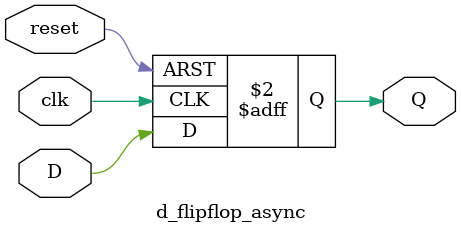
<source format=v>
`timescale 1ns / 1ps


module d_flipflop_async(clk, reset, D, Q);
    input wire clk;
    input wire reset;
    input wire D;
    output reg Q;
    
    always @(posedge clk or posedge reset) begin
        if (reset)
            Q <= 0;
        else
            Q <= D;
    end
endmodule

</source>
